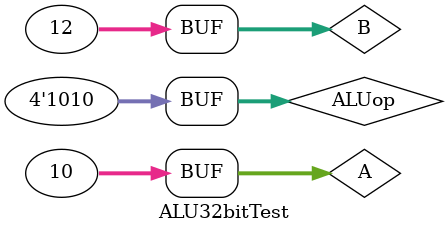
<source format=v>
`timescale 1ns / 1ps


// Module Name:   /home/milagros/LAB5/ALU32bitTest.v
// Project Name:  LAB5
////////////////////////////////////////////////////////////////////////////////

module ALU32bitTest;

	// Inputs
	reg [31:0] A;
	reg [31:0] B;
	reg [3:0] ALUop;

	// Outputs
	wire [31:0] Result;
	wire N;
	wire Z;
	wire C;
	wire V;

	// Instantiate the Unit Under Test (UUT)
	ALU uut (
		.A(A), 
		.B(B), 
		.ALUop(ALUop), 
		.Result(Result), 
		.N(N), 
		.Z(Z), 
		.C(C), 
		.V(V)
	);

	initial begin
		// Initialize Inputs
		A = 0;B = 0;ALUop = 0;
		#1 A = 10;B = 12;ALUop = 0;
		#1 A = 10;B = 12;ALUop = 2;
		#1 A = 10;B = 12;ALUop = 4;
		#1 A = 10;B = 12;ALUop = 5;
		#1 A = 10;B = 12;ALUop = 6;
		#1 A = 10;B = 12;ALUop = 7;
		#1 A = 10;B = 12;ALUop = 10;

		// Wait 100 ns for global reset to finish
		#100;
        
		// Add stimulus here

	end
      
endmodule


</source>
